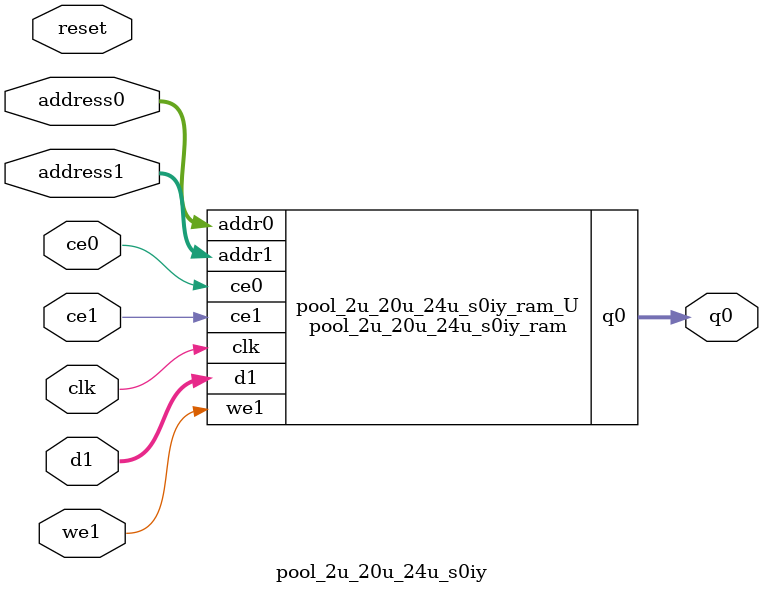
<source format=v>
`timescale 1 ns / 1 ps
module pool_2u_20u_24u_s0iy_ram (addr0, ce0, q0, addr1, ce1, d1, we1,  clk);

parameter DWIDTH = 32;
parameter AWIDTH = 8;
parameter MEM_SIZE = 240;

input[AWIDTH-1:0] addr0;
input ce0;
output reg[DWIDTH-1:0] q0;
input[AWIDTH-1:0] addr1;
input ce1;
input[DWIDTH-1:0] d1;
input we1;
input clk;

(* ram_style = "distributed" *)reg [DWIDTH-1:0] ram[0:MEM_SIZE-1];




always @(posedge clk)  
begin 
    if (ce0) 
    begin
        q0 <= ram[addr0];
    end
end


always @(posedge clk)  
begin 
    if (ce1) 
    begin
        if (we1) 
        begin 
            ram[addr1] <= d1; 
        end 
    end
end


endmodule

`timescale 1 ns / 1 ps
module pool_2u_20u_24u_s0iy(
    reset,
    clk,
    address0,
    ce0,
    q0,
    address1,
    ce1,
    we1,
    d1);

parameter DataWidth = 32'd32;
parameter AddressRange = 32'd240;
parameter AddressWidth = 32'd8;
input reset;
input clk;
input[AddressWidth - 1:0] address0;
input ce0;
output[DataWidth - 1:0] q0;
input[AddressWidth - 1:0] address1;
input ce1;
input we1;
input[DataWidth - 1:0] d1;



pool_2u_20u_24u_s0iy_ram pool_2u_20u_24u_s0iy_ram_U(
    .clk( clk ),
    .addr0( address0 ),
    .ce0( ce0 ),
    .q0( q0 ),
    .addr1( address1 ),
    .ce1( ce1 ),
    .we1( we1 ),
    .d1( d1 ));

endmodule


</source>
